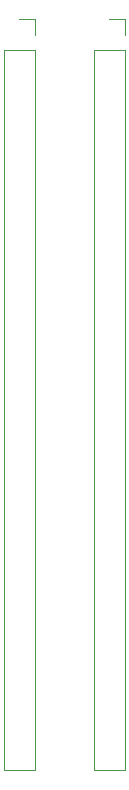
<source format=gbr>
G04 #@! TF.GenerationSoftware,KiCad,Pcbnew,(5.1.4)-1*
G04 #@! TF.CreationDate,2020-01-13T16:44:49+01:00*
G04 #@! TF.ProjectId,USBKeyAdapter,5553424b-6579-4416-9461-707465722e6b,1.0*
G04 #@! TF.SameCoordinates,Original*
G04 #@! TF.FileFunction,Legend,Bot*
G04 #@! TF.FilePolarity,Positive*
%FSLAX46Y46*%
G04 Gerber Fmt 4.6, Leading zero omitted, Abs format (unit mm)*
G04 Created by KiCad (PCBNEW (5.1.4)-1) date 2020-01-13 16:44:49*
%MOMM*%
%LPD*%
G04 APERTURE LIST*
%ADD10C,0.120000*%
G04 APERTURE END LIST*
D10*
X124520000Y-62170000D02*
X123190000Y-62170000D01*
X124520000Y-63500000D02*
X124520000Y-62170000D01*
X124520000Y-64770000D02*
X121860000Y-64770000D01*
X121860000Y-64770000D02*
X121860000Y-125790000D01*
X124520000Y-64770000D02*
X124520000Y-125790000D01*
X124520000Y-125790000D02*
X121860000Y-125790000D01*
X132140000Y-125790000D02*
X129480000Y-125790000D01*
X132140000Y-64770000D02*
X132140000Y-125790000D01*
X129480000Y-64770000D02*
X129480000Y-125790000D01*
X132140000Y-64770000D02*
X129480000Y-64770000D01*
X132140000Y-63500000D02*
X132140000Y-62170000D01*
X132140000Y-62170000D02*
X130810000Y-62170000D01*
M02*

</source>
